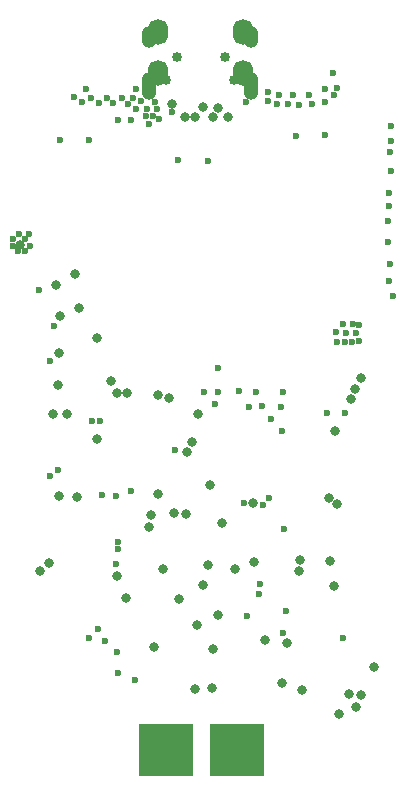
<source format=gbs>
%FSLAX25Y25*%
%MOIN*%
G70*
G01*
G75*
G04 Layer_Color=16711935*
%ADD10C,0.01181*%
%ADD11C,0.00787*%
%ADD12C,0.01969*%
%ADD13C,0.03937*%
%ADD14R,0.03937X0.02756*%
%ADD15R,0.03150X0.05118*%
%ADD16R,0.02362X0.01969*%
%ADD17R,0.01969X0.02362*%
%ADD18R,0.04921X0.02756*%
%ADD19R,0.06693X0.03543*%
%ADD20R,0.06299X0.04921*%
%ADD21R,0.01181X0.03347*%
%ADD22R,0.02362X0.03347*%
%ADD23R,0.01969X0.01575*%
%ADD24R,0.02362X0.05512*%
%ADD25R,0.03150X0.07874*%
%ADD26R,0.02362X0.07874*%
%ADD27O,0.07480X0.12992*%
%ADD28R,0.01575X0.04724*%
%ADD29R,0.03543X0.03937*%
%ADD30O,0.05906X0.07874*%
%ADD31R,0.05906X0.07874*%
%ADD32R,0.04331X0.03937*%
%ADD33R,0.01575X0.06693*%
%ADD34R,0.02756X0.04921*%
%ADD35R,0.03543X0.02362*%
%ADD36O,0.02362X0.07874*%
%ADD37O,0.02362X0.05512*%
%ADD38R,0.05118X0.03150*%
%ADD39R,0.03937X0.02756*%
%ADD40R,0.02362X0.03937*%
%ADD41R,0.01969X0.03937*%
%ADD42O,0.05512X0.02362*%
%ADD43O,0.07874X0.09843*%
%ADD44O,0.09843X0.07874*%
%ADD45C,0.03150*%
%ADD46C,0.07874*%
%ADD47C,0.10000*%
%ADD48C,0.05906*%
%ADD49R,0.15300X0.31300*%
%ADD50R,0.33921X0.10400*%
%ADD51R,0.02874X0.02068*%
%ADD52R,0.11321X0.16200*%
%ADD53R,0.02719X0.08050*%
%ADD54R,0.06858X0.03154*%
%ADD55R,0.16400X0.14144*%
%ADD56R,0.09300X0.06156*%
%ADD57C,0.02559*%
G04:AMPARAMS|DCode=58|XSize=39.37mil|YSize=82.68mil|CornerRadius=17.72mil|HoleSize=0mil|Usage=FLASHONLY|Rotation=180.000|XOffset=0mil|YOffset=0mil|HoleType=Round|Shape=RoundedRectangle|*
%AMROUNDEDRECTD58*
21,1,0.03937,0.04724,0,0,180.0*
21,1,0.00394,0.08268,0,0,180.0*
1,1,0.03543,-0.00197,0.02362*
1,1,0.03543,0.00197,0.02362*
1,1,0.03543,0.00197,-0.02362*
1,1,0.03543,-0.00197,-0.02362*
%
%ADD58ROUNDEDRECTD58*%
G04:AMPARAMS|DCode=59|XSize=39.37mil|YSize=62.99mil|CornerRadius=17.72mil|HoleSize=0mil|Usage=FLASHONLY|Rotation=180.000|XOffset=0mil|YOffset=0mil|HoleType=Round|Shape=RoundedRectangle|*
%AMROUNDEDRECTD59*
21,1,0.03937,0.02756,0,0,180.0*
21,1,0.00394,0.06299,0,0,180.0*
1,1,0.03543,-0.00197,0.01378*
1,1,0.03543,0.00197,0.01378*
1,1,0.03543,0.00197,-0.01378*
1,1,0.03543,-0.00197,-0.01378*
%
%ADD59ROUNDEDRECTD59*%
%ADD60C,0.11811*%
%ADD61C,0.02362*%
%ADD62C,0.11811*%
%ADD63R,0.65400X0.19300*%
%ADD64R,0.65700X0.19200*%
%ADD65R,0.23000X0.09900*%
%ADD66R,0.11700X0.10615*%
%ADD67C,0.00197*%
%ADD68C,0.00394*%
%ADD69C,0.01000*%
%ADD70C,0.00984*%
%ADD71C,0.02362*%
%ADD72C,0.00500*%
%ADD73C,0.00800*%
%ADD74C,0.00591*%
%ADD75C,0.00400*%
%ADD76C,0.09843*%
%ADD77R,0.04331X0.03150*%
%ADD78R,0.03950X0.05918*%
%ADD79R,0.03162X0.02769*%
%ADD80R,0.02769X0.03162*%
%ADD81R,0.05721X0.03556*%
%ADD82R,0.07493X0.04343*%
%ADD83R,0.07099X0.05721*%
%ADD84R,0.01981X0.04147*%
%ADD85R,0.03162X0.04147*%
%ADD86R,0.02769X0.02375*%
%ADD87R,0.03162X0.06312*%
%ADD88R,0.03950X0.08674*%
%ADD89R,0.03162X0.08674*%
%ADD90O,0.08280X0.13792*%
%ADD91R,0.02375X0.05524*%
%ADD92R,0.04343X0.04737*%
%ADD93O,0.06706X0.08674*%
%ADD94R,0.06706X0.08674*%
%ADD95R,0.05131X0.04737*%
%ADD96R,0.02375X0.07493*%
%ADD97R,0.03556X0.05721*%
%ADD98R,0.04343X0.03162*%
%ADD99O,0.03162X0.08674*%
%ADD100O,0.03162X0.06312*%
%ADD101R,0.05918X0.03950*%
%ADD102R,0.04737X0.03556*%
%ADD103R,0.03162X0.04737*%
%ADD104R,0.02769X0.04737*%
%ADD105O,0.06312X0.03162*%
%ADD106O,0.08674X0.10642*%
%ADD107O,0.10642X0.08674*%
%ADD108C,0.03359*%
G04:AMPARAMS|DCode=109|XSize=47.37mil|YSize=90.68mil|CornerRadius=21.72mil|HoleSize=0mil|Usage=FLASHONLY|Rotation=180.000|XOffset=0mil|YOffset=0mil|HoleType=Round|Shape=RoundedRectangle|*
%AMROUNDEDRECTD109*
21,1,0.04737,0.04724,0,0,180.0*
21,1,0.00394,0.09068,0,0,180.0*
1,1,0.04343,-0.00197,0.02362*
1,1,0.04343,0.00197,0.02362*
1,1,0.04343,0.00197,-0.02362*
1,1,0.04343,-0.00197,-0.02362*
%
%ADD109ROUNDEDRECTD109*%
G04:AMPARAMS|DCode=110|XSize=47.37mil|YSize=70.99mil|CornerRadius=21.72mil|HoleSize=0mil|Usage=FLASHONLY|Rotation=180.000|XOffset=0mil|YOffset=0mil|HoleType=Round|Shape=RoundedRectangle|*
%AMROUNDEDRECTD110*
21,1,0.04737,0.02756,0,0,180.0*
21,1,0.00394,0.07099,0,0,180.0*
1,1,0.04343,-0.00197,0.01378*
1,1,0.04343,0.00197,0.01378*
1,1,0.04343,0.00197,-0.01378*
1,1,0.04343,-0.00197,-0.01378*
%
%ADD110ROUNDEDRECTD110*%
%ADD111C,0.12611*%
%ADD112C,0.03162*%
%ADD113R,0.10982X0.13159*%
%ADD114R,0.17890X0.17757*%
D61*
X-8400Y-13500D02*
D03*
X-53600Y39900D02*
D03*
X-48700Y27800D02*
D03*
X-49800Y16200D02*
D03*
X-36870Y89900D02*
D03*
X-19600Y102802D02*
D03*
X-17756Y100200D02*
D03*
X-14400D02*
D03*
X-27150Y96500D02*
D03*
X-23072Y96400D02*
D03*
X-9400Y99100D02*
D03*
X41700Y91500D02*
D03*
X32000Y91240D02*
D03*
X-46600Y89800D02*
D03*
X2700Y82900D02*
D03*
X-7400Y83300D02*
D03*
X6000Y13871D02*
D03*
X53200Y28300D02*
D03*
X51000Y28400D02*
D03*
X47600D02*
D03*
X45500Y25700D02*
D03*
X48721Y25600D02*
D03*
X52200D02*
D03*
X53100Y23000D02*
D03*
X50800Y22500D02*
D03*
X48300Y22400D02*
D03*
X45600D02*
D03*
X-56800Y58400D02*
D03*
X-60200D02*
D03*
X-62200Y56800D02*
D03*
Y54600D02*
D03*
X-60600Y52700D02*
D03*
X-58200D02*
D03*
X-58400Y56700D02*
D03*
X-56700Y54400D02*
D03*
X47800Y-76000D02*
D03*
X16339Y1000D02*
D03*
X20864Y1300D02*
D03*
X26937Y900D02*
D03*
X27629Y5700D02*
D03*
X18800Y6000D02*
D03*
X13148Y6200D02*
D03*
X6200Y6000D02*
D03*
X1271D02*
D03*
X4999Y2000D02*
D03*
X23654Y-3200D02*
D03*
X27300Y-7108D02*
D03*
X22900Y-29600D02*
D03*
X21158Y-31900D02*
D03*
X14700Y-31125D02*
D03*
X-27400Y-43991D02*
D03*
X-27385Y-46600D02*
D03*
X-27900Y-51400D02*
D03*
X-47200Y-20000D02*
D03*
X-49931Y-22200D02*
D03*
X63100Y72300D02*
D03*
X63000Y67700D02*
D03*
X62700Y62900D02*
D03*
Y56000D02*
D03*
X63300Y48500D02*
D03*
X63100Y42900D02*
D03*
X64300Y37700D02*
D03*
X63700Y94546D02*
D03*
X63600Y89500D02*
D03*
X63400Y86000D02*
D03*
X63600Y79500D02*
D03*
X48300Y-1300D02*
D03*
X42335Y-1200D02*
D03*
X28200Y-39700D02*
D03*
X20100Y-58000D02*
D03*
X19854Y-61500D02*
D03*
X28700Y-67100D02*
D03*
X15800Y-68844D02*
D03*
X27658Y-74400D02*
D03*
X-33900Y-73000D02*
D03*
X-31687Y-77132D02*
D03*
X-27500Y-80864D02*
D03*
X-27385Y-87800D02*
D03*
X-21600Y-90100D02*
D03*
X-36800Y-76300D02*
D03*
X-33200Y-3800D02*
D03*
X-35800D02*
D03*
X-32600Y-28600D02*
D03*
X-28035Y-28700D02*
D03*
X-22872Y-27200D02*
D03*
X-13600Y97000D02*
D03*
X-15747Y98000D02*
D03*
X-18103D02*
D03*
X-17028Y95300D02*
D03*
X-15100Y102650D02*
D03*
X-21300Y100242D02*
D03*
X-22300Y104000D02*
D03*
X-25900D02*
D03*
X-30900Y103700D02*
D03*
X-36113Y103900D02*
D03*
X-41870Y104100D02*
D03*
X-39180Y102400D02*
D03*
X-33700Y102200D02*
D03*
X-28800Y102015D02*
D03*
X-24000Y101926D02*
D03*
X-21200Y106870D02*
D03*
X-38082Y106800D02*
D03*
X22600Y105800D02*
D03*
X26500Y104964D02*
D03*
X31100Y104849D02*
D03*
X36279Y105000D02*
D03*
X41700Y107000D02*
D03*
X44300Y112206D02*
D03*
X45800Y107347D02*
D03*
X44800Y104964D02*
D03*
X41700Y102650D02*
D03*
X37400Y101832D02*
D03*
X32896Y101500D02*
D03*
X29300Y101745D02*
D03*
X25800D02*
D03*
X22700Y102783D02*
D03*
X15500Y102504D02*
D03*
D93*
X-13873Y125867D02*
D03*
X14473D02*
D03*
X-13873Y112206D02*
D03*
X14473D02*
D03*
D108*
X11339Y109748D02*
D03*
X-11417D02*
D03*
X8273Y117402D02*
D03*
X-7476D02*
D03*
D109*
X17028Y107779D02*
D03*
X-17008D02*
D03*
D110*
X-17028Y124236D02*
D03*
X17028D02*
D03*
D111*
X9843Y-112405D02*
D03*
X-9843D02*
D03*
D112*
X3500Y-25300D02*
D03*
X900Y-58400D02*
D03*
X2600Y-51900D02*
D03*
X-34200Y-9700D02*
D03*
X-48900Y-1500D02*
D03*
X-1500Y-93000D02*
D03*
X4000Y-92700D02*
D03*
X-2697Y-10978D02*
D03*
X-7000Y-63300D02*
D03*
X-24600Y-62700D02*
D03*
X-50200Y-51000D02*
D03*
X-44200Y-1400D02*
D03*
X-53300Y-53800D02*
D03*
X34100Y-93500D02*
D03*
X51700Y6900D02*
D03*
X49700Y-94700D02*
D03*
X53700Y-95100D02*
D03*
X52200Y-99200D02*
D03*
X46519Y-101600D02*
D03*
X-16800Y-39200D02*
D03*
X-16400Y-35200D02*
D03*
X-8500Y-34600D02*
D03*
X-4700Y-34700D02*
D03*
X-4400Y-14100D02*
D03*
X-47041Y-28700D02*
D03*
X-41000Y-29000D02*
D03*
X-47200Y8200D02*
D03*
X-47000Y18900D02*
D03*
X-46600Y31200D02*
D03*
X-47900Y41500D02*
D03*
X-40148Y33800D02*
D03*
X9500Y97600D02*
D03*
X-9400Y101800D02*
D03*
X921Y100700D02*
D03*
X4300Y97600D02*
D03*
X6000Y100400D02*
D03*
X-1500Y97500D02*
D03*
X-5000Y97600D02*
D03*
X-41500Y45100D02*
D03*
X-24200Y5400D02*
D03*
X-27700D02*
D03*
X-29700Y9400D02*
D03*
X-34200Y23900D02*
D03*
X-10300Y3900D02*
D03*
X-13900Y4800D02*
D03*
X-14000Y-28200D02*
D03*
X-59800Y54800D02*
D03*
X45700Y-31500D02*
D03*
X44800Y-58800D02*
D03*
X33200Y-53900D02*
D03*
X11700Y-53300D02*
D03*
X-800Y-71900D02*
D03*
X27400Y-91000D02*
D03*
X4500Y-79700D02*
D03*
X-15200Y-79000D02*
D03*
X58100Y-85900D02*
D03*
X33400Y-50000D02*
D03*
X6000Y-68600D02*
D03*
X18000Y-50900D02*
D03*
X-600Y-1400D02*
D03*
X-27700Y-55600D02*
D03*
X45100Y-7300D02*
D03*
X53700Y10500D02*
D03*
X50500Y3400D02*
D03*
X43200Y-29400D02*
D03*
X29100Y-77900D02*
D03*
X21800Y-76700D02*
D03*
X-12200Y-53000D02*
D03*
X43400Y-50600D02*
D03*
X7500Y-37900D02*
D03*
X17805Y-31000D02*
D03*
D113*
X-8667Y-112570D02*
D03*
D114*
X12355Y-113321D02*
D03*
X-11145Y-113621D02*
D03*
M02*

</source>
